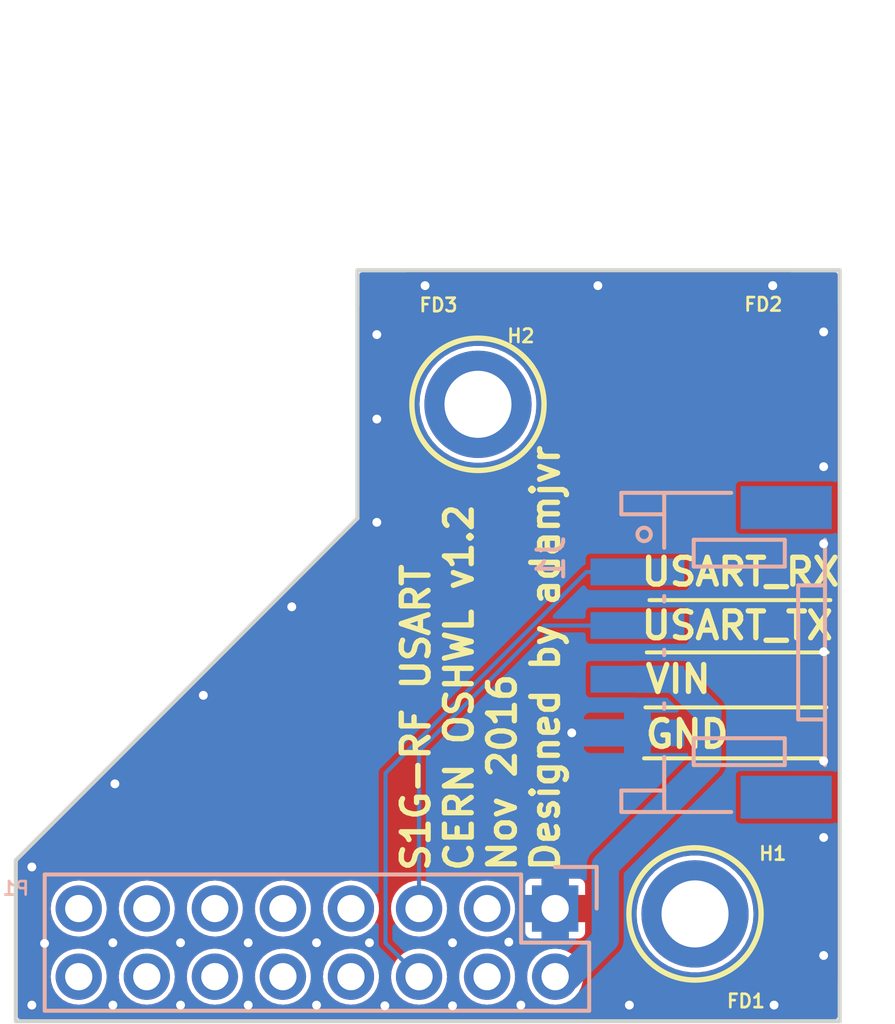
<source format=kicad_pcb>
(kicad_pcb (version 20221018) (generator pcbnew)
  (layers (0 "F.Cu" signal) (31 "B.Cu" signal) (34 "B.Paste" user) (35 "F.Paste" user) (36 "B.SilkS" user "B.Silkscreen") (37 "F.SilkS" user "F.Silkscreen") (38 "B.Mask" user) (39 "F.Mask" user) (44 "Edge.Cuts" user))
  (net 0 "")
  (net 1 "GND")
  (net 2 "/VIN")
  (net 3 "/USART1_TX")
  (net 4 "/USART1_RX")
  (net 5 "Net-(P1-Pad10)")
  (net 6 "Net-(P1-Pad9)")
  (net 7 "Net-(P1-Pad8)")
  (net 8 "Net-(P1-Pad7)")
  (net 9 "/SPI2_MISO")
  (net 10 "/SPI2_MOSI")
  (net 11 "/SPI2_NSS")
  (net 12 "/SPI2_SCLK")
  (net 13 "Net-(P1-Pad12)")
  (net 14 "Net-(P1-Pad11)")
  (net 15 "Net-(P1-Pad4)")
  (net 16 "Net-(P1-Pad3)")
  (net 17 "Net-(H1-Pad1)")
  (net 18 "Net-(H2-Pad1)")
  (net 19 "Net-(FD1-Pad1)")
  (net 20 "Net-(FD2-Pad1)")
  (net 21 "Net-(FD3-Pad1)")
  (footprint "PCB_Footprints:M2.5_HOLE" (layer "F.Cu") (at 112.6 58 90)
    (fp_text reference "H1" (at 2.25 2.9 180) (layer "F.SilkS") (effects (font (size 0.5 0.5) (thickness 0.1))))
    (fp_text value "M2.5_Hole")
    (fp_circle (center 0 0) (end 2.032 1.397) (stroke (width 0.2)) (fill none) (layer "F.SilkS"))
    (pad "1" thru_hole circle (at 0 0 90) (size 4 4) (drill 2.5) (layers "*.Cu" "*.Mask") (net 17 "Net-(H1-Pad1)"))
  )
  (footprint "PCB_Footprints:M2.5_HOLE" (layer "F.Cu") (at 104.5 39)
    (fp_text reference "H2" (at 1.6 -2.55) (layer "F.SilkS") (effects (font (size 0.5 0.5) (thickness 0.1))))
    (fp_text value "M2.5_Hole")
    (fp_circle (center 0 0) (end 2.032 1.397) (stroke (width 0.2)) (fill none) (layer "F.SilkS"))
    (pad "1" thru_hole circle (at 0 0) (size 4 4) (drill 2.5) (layers "*.Cu" "*.Mask") (net 18 "Net-(H2-Pad1)"))
  )
  (footprint "PCB_Footprints:FIDUCIAL" (layer "F.Cu") (at 116.75 60.75)
    (fp_text reference "FD1" (at -2.25 0.5) (layer "F.SilkS") (effects (font (size 0.5 0.5) (thickness 0.1))))
    (fp_text value "FIDUCIAL")
    (pad "1" smd circle (at 0 0) (size 1.016 1.016) (layers "F.Cu" "F.Mask") (net 19 "Net-(FD1-Pad1)"))
  )
  (footprint "PCB_Footprints:FIDUCIAL" (layer "F.Cu") (at 116.75 35.1)
    (fp_text reference "FD2" (at -1.6 0.175) (layer "F.SilkS") (effects (font (size 0.5 0.5) (thickness 0.1))))
    (fp_text value "FIDUCIAL")
    (pad "1" smd circle (at 0 0) (size 1.016 1.016) (layers "F.Cu" "F.Mask") (net 20 "Net-(FD2-Pad1)"))
  )
  (footprint "PCB_Footprints:FIDUCIAL" (layer "F.Cu") (at 101.25 35.1)
    (fp_text reference "FD3" (at 1.775 0.2) (layer "F.SilkS") (effects (font (size 0.5 0.5) (thickness 0.1))))
    (fp_text value "FIDUCIAL")
    (pad "1" smd circle (at 0 0) (size 1.016 1.016) (layers "F.Cu" "F.Mask") (net 21 "Net-(FD3-Pad1)"))
  )
  (footprint "Socket_Strips:Socket_Strip_Straight_2x08" (layer "B.Cu") (at 107.38 57.8 180)
    (fp_text reference "P1" (at 20.13 0.75 180) (layer "B.SilkS") (effects (font (size 0.5 0.5) (thickness 0.1)) (justify mirror)))
    (fp_text value "CONN_02X08")
    (fp_line (start -1.55 1.55) (end -1.55 0) (stroke (width 0.15)) (layer "B.SilkS"))
    (fp_line (start -1.27 -3.81) (end -1.27 -1.27) (stroke (width 0.15)) (layer "B.SilkS"))
    (fp_line (start -1.27 -1.27) (end 1.27 -1.27) (stroke (width 0.15)) (layer "B.SilkS"))
    (fp_line (start 0 1.55) (end -1.55 1.55) (stroke (width 0.15)) (layer "B.SilkS"))
    (fp_line (start 1.27 -1.27) (end 1.27 1.27) (stroke (width 0.15)) (layer "B.SilkS"))
    (fp_line (start 1.27 1.27) (end 19.05 1.27) (stroke (width 0.15)) (layer "B.SilkS"))
    (fp_line (start 19.05 -3.81) (end -1.27 -3.81) (stroke (width 0.15)) (layer "B.SilkS"))
    (fp_line (start 19.05 -3.81) (end 19.05 1.27) (stroke (width 0.15)) (layer "B.SilkS"))
    (pad "1" thru_hole rect (at 0 0 180) (size 1.7272 1.7272) (drill 1.016) (layers "*.Cu" "*.Mask") (net 1 "GND"))
    (pad "2" thru_hole oval (at 0 -2.54 180) (size 1.7272 1.7272) (drill 1.016) (layers "*.Cu" "*.Mask") (net 2 "/VIN"))
    (pad "3" thru_hole oval (at 2.54 0 180) (size 1.7272 1.7272) (drill 1.016) (layers "*.Cu" "*.Mask") (net 16 "Net-(P1-Pad3)"))
    (pad "4" thru_hole oval (at 2.54 -2.54 180) (size 1.7272 1.7272) (drill 1.016) (layers "*.Cu" "*.Mask") (net 15 "Net-(P1-Pad4)"))
    (pad "5" thru_hole oval (at 5.08 0 180) (size 1.7272 1.7272) (drill 1.016) (layers "*.Cu" "*.Mask") (net 3 "/USART1_TX"))
    (pad "6" thru_hole oval (at 5.08 -2.54 180) (size 1.7272 1.7272) (drill 1.016) (layers "*.Cu" "*.Mask") (net 4 "/USART1_RX"))
    (pad "7" thru_hole oval (at 7.62 0 180) (size 1.7272 1.7272) (drill 1.016) (layers "*.Cu" "*.Mask") (net 8 "Net-(P1-Pad7)"))
    (pad "8" thru_hole oval (at 7.62 -2.54 180) (size 1.7272 1.7272) (drill 1.016) (layers "*.Cu" "*.Mask") (net 7 "Net-(P1-Pad8)"))
    (pad "9" thru_hole oval (at 10.16 0 180) (size 1.7272 1.7272) (drill 1.016) (layers "*.Cu" "*.Mask") (net 6 "Net-(P1-Pad9)"))
    (pad "10" thru_hole oval (at 10.16 -2.54 180) (size 1.7272 1.7272) (drill 1.016) (layers "*.Cu" "*.Mask") (net 5 "Net-(P1-Pad10)"))
    (pad "11" thru_hole oval (at 12.7 0 180) (size 1.7272 1.7272) (drill 1.016) (layers "*.Cu" "*.Mask") (net 14 "Net-(P1-Pad11)"))
    (pad "12" thru_hole oval (at 12.7 -2.54 180) (size 1.7272 1.7272) (drill 1.016) (layers "*.Cu" "*.Mask") (net 13 "Net-(P1-Pad12)"))
    (pad "13" thru_hole oval (at 15.24 0 180) (size 1.7272 1.7272) (drill 1.016) (layers "*.Cu" "*.Mask") (net 10 "/SPI2_MOSI"))
    (pad "14" thru_hole oval (at 15.24 -2.54 180) (size 1.7272 1.7272) (drill 1.016) (layers "*.Cu" "*.Mask") (net 9 "/SPI2_MISO"))
    (pad "15" thru_hole oval (at 17.78 0 180) (size 1.7272 1.7272) (drill 1.016) (layers "*.Cu" "*.Mask") (net 12 "/SPI2_SCLK"))
    (pad "16" thru_hole oval (at 17.78 -2.54 180) (size 1.7272 1.7272) (drill 1.016) (layers "*.Cu" "*.Mask") (net 11 "/SPI2_NSS"))
  )
  (footprint "PCB_Footprints:S4B-PH-SM4-TB(LF)(SN)" (layer "B.Cu") (at 113.225 48.25 -90)
    (fp_text reference "J1" (at -3.5 6 270) (layer "B.SilkS") (effects (justify mirror)))
    (fp_text value "S4B-PH-SM4-TB(LF)(SN)")
    (fp_line (start -5.95 3.375) (end -5.95 -0.725) (stroke (width 0.15)) (layer "B.SilkS"))
    (fp_line (start -5.15 1.775) (end -5.95 1.775) (stroke (width 0.15)) (layer "B.SilkS"))
    (fp_line (start -5.15 1.775) (end -5.15 3.375) (stroke (width 0.15)) (layer "B.SilkS"))
    (fp_line (start -5.15 3.375) (end -5.95 3.375) (stroke (width 0.15)) (layer "B.SilkS"))
    (fp_line (start -4.2 -4.225) (end 4.2 -4.225) (stroke (width 0.15)) (layer "B.SilkS"))
    (fp_line (start -4.2 -2.725) (end -3.2 -2.725) (stroke (width 0.15)) (layer "B.SilkS"))
    (fp_line (start -4.2 0.675) (end -4.2 -2.725) (stroke (width 0.15)) (layer "B.SilkS"))
    (fp_line (start -3.9 1.775) (end -5.15 1.775) (stroke (width 0.15)) (layer "B.SilkS"))
    (fp_line (start -3.2 -2.725) (end -3.2 0.675) (stroke (width 0.15)) (layer "B.SilkS"))
    (fp_line (start -3.2 0.675) (end -4.2 0.675) (stroke (width 0.15)) (layer "B.SilkS"))
    (fp_line (start -2.5 -4.225) (end -2.5 -3.225) (stroke (width 0.15)) (layer "B.SilkS"))
    (fp_line (start -2.5 -3.225) (end 2.5 -3.225) (stroke (width 0.15)) (layer "B.SilkS"))
    (fp_line (start -2.1 1.775) (end -1.9 1.775) (stroke (width 0.15)) (layer "B.SilkS"))
    (fp_line (start -0.1 1.775) (end 0.1 1.775) (stroke (width 0.15)) (layer "B.SilkS"))
    (fp_line (start 1.9 1.775) (end 2.1 1.775) (stroke (width 0.15)) (layer "B.SilkS"))
    (fp_line (start 2.5 -3.225) (end 2.5 -4.225) (stroke (width 0.15)) (layer "B.SilkS"))
    (fp_line (start 3.2 -2.725) (end 3.2 0.675) (stroke (width 0.15)) (layer "B.SilkS"))
    (fp_line (start 3.2 0.675) (end 4.2 0.675) (stroke (width 0.15)) (layer "B.SilkS"))
    (fp_line (start 3.9 1.775) (end 5.15 1.775) (stroke (width 0.15)) (layer "B.SilkS"))
    (fp_line (start 4.2 -2.725) (end 3.2 -2.725) (stroke (width 0.15)) (layer "B.SilkS"))
    (fp_line (start 4.2 0.675) (end 4.2 -2.725) (stroke (width 0.15)) (layer "B.SilkS"))
    (fp_line (start 5.15 1.775) (end 5.15 3.375) (stroke (width 0.15)) (layer "B.SilkS"))
    (fp_line (start 5.15 1.775) (end 5.95 1.775) (stroke (width 0.15)) (layer "B.SilkS"))
    (fp_line (start 5.15 3.375) (end 5.95 3.375) (stroke (width 0.15)) (layer "B.SilkS"))
    (fp_line (start 5.95 3.375) (end 5.95 -0.725) (stroke (width 0.15)) (layer "B.SilkS"))
    (fp_circle (center -4.4 2.525) (end -4.15 2.525) (stroke (width 0.15)) (fill none) (layer "B.SilkS"))
    (pad "" smd rect (at -5.4 -2.775 270) (size 1.6 3.4) (layers "B.Cu" "B.Paste" "B.Mask"))
    (pad "" smd rect (at 5.4 -2.775 270) (size 1.6 3.4) (layers "B.Cu" "B.Paste" "B.Mask"))
    (pad "1" smd rect (at -3 2.775 270) (size 1 3.5) (layers "B.Cu" "B.Paste" "B.Mask") (net 4 "/USART1_RX"))
    (pad "2" smd rect (at -1 2.775 270) (size 1 3.5) (layers "B.Cu" "B.Paste" "B.Mask") (net 3 "/USART1_TX"))
    (pad "3" smd rect (at 1 2.775 270) (size 1 3.5) (layers "B.Cu" "B.Paste" "B.Mask") (net 2 "/VIN"))
    (pad "4" smd rect (at 3 2.775 270) (size 1 3.5) (layers "B.Cu" "B.Paste" "B.Mask") (net 1 "GND"))
  )
  (gr_line (start 110.7 52.2) (end 117.45 52.2) (stroke (width 0.15)) (layer "F.SilkS"))
  (gr_line (start 110.75 50.3) (end 117.5 50.3) (stroke (width 0.15)) (layer "F.SilkS"))
  (gr_line (start 110.8 48.25) (end 117.55 48.25) (stroke (width 0.15)) (layer "F.SilkS"))
  (gr_line (start 110.9 46.3) (end 117.65 46.3) (stroke (width 0.15)) (layer "F.SilkS"))
  (gr_line (start 118 34) (end 118 62) (stroke (width 0.15)) (layer "Edge.Cuts"))
  (gr_line (start 118 34) (end 100 34) (stroke (width 0.15)) (layer "Edge.Cuts"))
  (gr_line (start 100 43.25) (end 100 34) (stroke (width 0.15)) (layer "Edge.Cuts"))
  (gr_line (start 87.25 56) (end 87.25 62) (stroke (width 0.15)) (layer "Edge.Cuts"))
  (gr_line (start 100 43.25) (end 87.25 56) (stroke (width 0.15)) (layer "Edge.Cuts"))
  (gr_line (start 118 62) (end 87.25 62) (stroke (width 0.15)) (layer "Edge.Cuts"))
  (gr_text "VIN" (at 110.65 49.25) (layer "F.SilkS") (effects (font (size 1 1) (thickness 0.2)) (justify left)))
  (gr_text "GND" (at 110.65 51.3) (layer "F.SilkS") (effects (font (size 1 1) (thickness 0.2)) (justify left)))
  (gr_text "USART_TX" (at 110.5 47.25) (layer "F.SilkS") (effects (font (size 1 1) (thickness 0.2)) (justify left)))
  (gr_text "USART_RX" (at 110.5 45.25) (layer "F.SilkS") (effects (font (size 1 1) (thickness 0.2)) (justify left)))
  (gr_text "S1G-RF USART\nCERN OSHWL v1.2\nNov 2016\nDesigned by adamjvr" (at 104.6 56.5 90) (layer "F.SilkS") (effects (font (size 1 1) (thickness 0.2)) (justify left)))
  (segment (start 117.4 36.3) (end 117.4 41.325) (width 0.1778) (layer "F.Cu") (net 1))
  (segment (start 115.55 60.950988) (end 115.55 61.4) (width 0.1524) (layer "F.Cu") (net 1))
  (segment (start 115.55 59.95) (end 115.55 60.950988) (width 0.1524) (layer "F.Cu") (net 1))
  (segment (start 88.167499 55.732501) (end 100.2 43.7) (width 0.1524) (layer "F.Cu") (net 1))
  (segment (start 87.85 60.454746) (end 89.229746 59.075) (width 0.1778) (layer "F.Cu") (net 1))
  (segment (start 87.85 61.4) (end 87.85 60.454746) (width 0.1778) (layer "F.Cu") (net 1))
  (segment (start 93.4 59.075) (end 95.925 59.075) (width 0.1778) (layer "F.Cu") (net 1))
  (segment (start 98.475 59.075) (end 98.475 61.4) (width 0.1778) (layer "F.Cu") (net 1))
  (segment (start 102.525 35.8) (end 102.525 34.575) (width 0.1524) (layer "F.Cu") (net 1))
  (segment (start 117.4 41.325) (end 117.4 38.8) (width 0.1524) (layer "F.Cu") (net 1))
  (segment (start 108 54.625) (end 107.38 55.245) (width 1.016) (layer "F.Cu") (net 1))
  (segment (start 107.786458 61.55) (end 88 61.55) (width 0.1524) (layer "F.Cu") (net 1))
  (segment (start 89.229746 59.075) (end 90.875 59.075) (width 0.1778) (layer "F.Cu") (net 1))
  (segment (start 110.15 59.554) (end 110.15 61.4) (width 0.1524) (layer "F.Cu") (net 1))
  (segment (start 100.45 59.075) (end 103.55 59.075) (width 0.1778) (layer "F.Cu") (net 1))
  (segment (start 115.95 59.55) (end 115.55 59.95) (width 0.1524) (layer "F.Cu") (net 1))
  (segment (start 107.936458 61.4) (end 107.786458 61.55) (width 0.1524) (layer "F.Cu") (net 1))
  (segment (start 100.725 43.4) (end 100.725 39.55) (width 0.1778) (layer "F.Cu") (net 1))
  (segment (start 108.396 57.8) (end 110.15 59.554) (width 0.1524) (layer "F.Cu") (net 1))
  (segment (start 100.7 43.4) (end 100.725 43.4) (width 0.1524) (layer "F.Cu") (net 1))
  (segment (start 117.4 59.55) (end 115.95 59.55) (width 0.1524) (layer "F.Cu") (net 1))
  (segment (start 103.55 59.075) (end 103.55 61.425) (width 0.1778) (layer "F.Cu") (net 1))
  (segment (start 107.38 55.245) (end 107.38 57.8) (width 1.016) (layer "F.Cu") (net 1))
  (segment (start 102.525 34.575) (end 108.975 34.575) (width 0.1524) (layer "F.Cu") (net 1))
  (segment (start 117.4 44.2) (end 117.4 36.3) (width 0.1778) (layer "F.Cu") (net 1))
  (segment (start 88.167499 55.932501) (end 88.167499 55.732501) (width 0.1524) (layer "F.Cu") (net 1))
  (segment (start 87.85 56.25) (end 90.95 53.15) (width 0.1524) (layer "F.Cu") (net 1))
  (segment (start 100.725 36.4) (end 101.925 36.4) (width 0.1524) (layer "F.Cu") (net 1))
  (segment (start 108 51.25) (end 108 54.625) (width 1.016) (layer "F.Cu") (net 1))
  (segment (start 117.4 59.55) (end 117.4 55.15) (width 0.1778) (layer "F.Cu") (net 1))
  (segment (start 117.4 52.3) (end 117.4 48.225) (width 0.1778) (layer "F.Cu") (net 1))
  (segment (start 107.38 57.8) (end 108.396 57.8) (width 0.1524) (layer "F.Cu") (net 1))
  (segment (start 90.875 59.075) (end 90.875 61.4) (width 0.1778) (layer "F.Cu") (net 1))
  (segment (start 94.25 49.85) (end 97.55 46.55) (width 0.1778) (layer "F.Cu") (net 1))
  (segment (start 93.4 59.075) (end 93.4 61.4) (width 0.1778) (layer "F.Cu") (net 1))
  (segment (start 115.5 34.575) (end 108.975 34.575) (width 0.1778) (layer "F.Cu") (net 1))
  (segment (start 117.4 55.15) (end 117.4 52.3) (width 0.1524) (layer "F.Cu") (net 1))
  (segment (start 87.85 56.25) (end 88.167499 55.932501) (width 0.1524) (layer "F.Cu") (net 1))
  (segment (start 110.15 61.4) (end 107.936458 61.4) (width 0.1524) (layer "F.Cu") (net 1))
  (segment (start 94.25 49.85) (end 90.95 53.15) (width 0.1778) (layer "F.Cu") (net 1))
  (segment (start 98.475 59.075) (end 100.45 59.075) (width 0.1778) (layer "F.Cu") (net 1))
  (segment (start 117.4 44.2) (end 117.4 41.325) (width 0.1524) (layer "F.Cu") (net 1))
  (segment (start 88 61.55) (end 87.85 61.4) (width 0.1524) (layer "F.Cu") (net 1))
  (segment (start 117.4 48.225) (end 117.4 44.2) (width 0.1524) (layer "F.Cu") (net 1))
  (segment (start 101.925 36.4) (end 102.525 35.8) (width 0.1524) (layer "F.Cu") (net 1))
  (segment (start 97.55 46.55) (end 100.7 43.4) (width 0.1524) (layer "F.Cu") (net 1))
  (via (at 88.325 59.1) (size 0.635) (drill 0.3302) (layers "F.Cu" "B.Cu") (net 1))
  (via (at 100.725 43.4) (size 0.635) (drill 0.3302) (layers "F.Cu" "B.Cu") (net 1))
  (via (at 110.15 61.4) (size 0.635) (drill 0.3302) (layers "F.Cu" "B.Cu") (net 1))
  (via (at 117.4 41.325) (size 0.635) (drill 0.3302) (layers "F.Cu" "B.Cu") (net 1))
  (via (at 93.4 61.4) (size 0.635) (drill 0.3302) (layers "F.Cu" "B.Cu") (net 1))
  (via (at 117.4 55.15) (size 0.635) (drill 0.3302) (layers "F.Cu" "B.Cu") (net 1))
  (via (at 117.4 52.3) (size 0.635) (drill 0.3302) (layers "F.Cu" "B.Cu") (net 1))
  (via (at 103.55 61.425) (size 0.635) (drill 0.3302) (layers "F.Cu" "B.Cu") (net 1))
  (via (at 102.525 34.575) (size 0.635) (drill 0.3302) (layers "F.Cu" "B.Cu") (net 1))
  (via (at 98.475 61.4) (size 0.635) (drill 0.3302) (layers "F.Cu" "B.Cu") (net 1))
  (via (at 117.4 59.55) (size 0.635) (drill 0.3302) (layers "F.Cu" "B.Cu") (net 1))
  (via (at 117.4 44.2) (size 0.635) (drill 0.3302) (layers "F.Cu" "B.Cu") (net 1))
  (via (at 90.95 53.15) (size 0.635) (drill 0.3302) (layers "F.Cu" "B.Cu") (net 1))
  (via (at 115.5 34.575) (size 0.635) (drill 0.3302) (layers "F.Cu" "B.Cu") (net 1))
  (via (at 108 51.25) (size 0.635) (drill 0.3302) (layers "F.Cu" "B.Cu") (net 1))
  (via (at 100.725 39.55) (size 0.635) (drill 0.3302) (layers "F.Cu" "B.Cu") (net 1))
  (via (at 90.875 59.075) (size 0.635) (drill 0.3302) (layers "F.Cu" "B.Cu") (net 1))
  (via (at 87.85 61.4) (size 0.635) (drill 0.3302) (layers "F.Cu" "B.Cu") (net 1))
  (via (at 115.55 61.4) (size 0.635) (drill 0.3302) (layers "F.Cu" "B.Cu") (net 1))
  (via (at 117.4 36.3) (size 0.635) (drill 0.3302) (layers "F.Cu" "B.Cu") (net 1))
  (via (at 93.4 59.075) (size 0.635) (drill 0.3302) (layers "F.Cu" "B.Cu") (net 1))
  (via (at 117.4 48.225) (size 0.635) (drill 0.3302) (layers "F.Cu" "B.Cu") (net 1))
  (via (at 95.925 61.4) (size 0.635) (drill 0.3302) (layers "F.Cu" "B.Cu") (net 1))
  (via (at 108.975 34.575) (size 0.635) (drill 0.3302) (layers "F.Cu" "B.Cu") (net 1))
  (via (at 101.025 61.425) (size 0.635) (drill 0.3302) (layers "F.Cu" "B.Cu") (net 1))
  (via (at 115.5 34.575) (size 0.635) (drill 0.3302) (layers "F.Cu" "B.Cu") (net 1))
  (via (at 90.875 61.4) (size 0.635) (drill 0.3302) (layers "F.Cu" "B.Cu") (net 1))
  (via (at 100.45 59.075) (size 0.635) (drill 0.3302) (layers "F.Cu" "B.Cu") (net 1))
  (via (at 106.1 61.4) (size 0.635) (drill 0.3302) (layers "F.Cu" "B.Cu") (net 1))
  (via (at 105.65 59.05) (size 0.635) (drill 0.3302) (layers "F.Cu" "B.Cu") (net 1))
  (via (at 98.475 59.075) (size 0.635) (drill 0.3302) (layers "F.Cu" "B.Cu") (net 1))
  (via (at 97.55 46.55) (size 0.635) (drill 0.3302) (layers "F.Cu" "B.Cu") (net 1))
  (via (at 95.925 59.075) (size 0.635) (drill 0.3302) (layers "F.Cu" "B.Cu") (net 1))
  (via (at 103.55 59.075) (size 0.635) (drill 0.3302) (layers "F.Cu" "B.Cu") (net 1))
  (via (at 100.725 36.4) (size 0.635) (drill 0.3302) (layers "F.Cu" "B.Cu") (net 1))
  (via (at 87.85 56.25) (size 0.635) (drill 0.3302) (layers "F.Cu" "B.Cu") (net 1))
  (via (at 94.25 49.85) (size 0.635) (drill 0.3302) (layers "F.Cu" "B.Cu") (net 1))
  (segment (start 100.725 39.55) (end 100.725 36.4) (width 0.1524) (layer "B.Cu") (net 1))
  (segment (start 105.967499 59.667499) (end 106.1 59.8) (width 0.1778) (layer "B.Cu") (net 1))
  (segment (start 95.925 59.075) (end 98.475 59.075) (width 0.1778) (layer "B.Cu") (net 1))
  (segment (start 110.45 51.25) (end 108 51.25) (width 1.016) (layer "B.Cu") (net 1))
  (segment (start 100.45 59.075) (end 100.767499 59.392499) (width 0.1778) (layer "B.Cu") (net 1))
  (segment (start 100.725 43.4) (end 100.725 39.55) (width 0.1524) (layer "B.Cu") (net 1))
  (segment (start 101.025 59.75) (end 101.025 61.425) (width 0.1778) (layer "B.Cu") (net 1))
  (segment (start 100.767499 59.392499) (end 100.767499 59.492499) (width 0.1778) (layer "B.Cu") (net 1))
  (segment (start 106.1 59.8) (end 106.1 61.4) (width 0.1778) (layer "B.Cu") (net 1))
  (segment (start 105.625 59.075) (end 105.65 59.05) (width 0.1778) (layer "B.Cu") (net 1))
  (segment (start 90.875 59.075) (end 93.4 59.075) (width 0.1778) (layer "B.Cu") (net 1))
  (segment (start 87.85 61.4) (end 87.85 56.25) (width 0.1524) (layer "B.Cu") (net 1))
  (segment (start 100.767499 59.492499) (end 101.025 59.75) (width 0.1778) (layer "B.Cu") (net 1))
  (segment (start 105.65 59.05) (end 105.967499 59.367499) (width 0.1778) (layer "B.Cu") (net 1))
  (segment (start 95.925 59.075) (end 95.925 61.4) (width 0.1778) (layer "B.Cu") (net 1))
  (segment (start 110.15 61.4) (end 115.55 61.4) (width 0.1524) (layer "B.Cu") (net 1))
  (segment (start 88.35 59.075) (end 88.325 59.1) (width 0.1778) (layer "B.Cu") (net 1))
  (segment (start 90.875 59.075) (end 88.35 59.075) (width 0.1778) (layer "B.Cu") (net 1))
  (segment (start 103.55 59.075) (end 105.625 59.075) (width 0.1778) (layer "B.Cu") (net 1))
  (segment (start 105.967499 59.367499) (end 105.967499 59.667499) (width 0.1778) (layer "B.Cu") (net 1))
  (segment (start 109.25 58.95) (end 109.25 56.2) (width 1.016) (layer "B.Cu") (net 2))
  (segment (start 111.85 49.25) (end 110.45 49.25) (width 1.016) (layer "B.Cu") (net 2))
  (segment (start 113.075 52.375) (end 113.075 50.475) (width 1.016) (layer "B.Cu") (net 2))
  (segment (start 107.86 60.34) (end 109.25 58.95) (width 1.016) (layer "B.Cu") (net 2))
  (segment (start 113.075 50.475) (end 111.85 49.25) (width 1.016) (layer "B.Cu") (net 2))
  (segment (start 107.38 60.34) (end 107.86 60.34) (width 1.016) (layer "B.Cu") (net 2))
  (segment (start 109.25 56.2) (end 113.075 52.375) (width 1.016) (layer "B.Cu") (net 2))
  (segment (start 102.3 51.928666) (end 106.978666 47.25) (width 0.1524) (layer "B.Cu") (net 3))
  (segment (start 106.978666 47.25) (end 110.45 47.25) (width 0.1524) (layer "B.Cu") (net 3))
  (segment (start 102.3 57.8) (end 102.3 51.928666) (width 0.1524) (layer "B.Cu") (net 3))
  (segment (start 101.05 59.09) (end 102.3 60.34) (width 0.1524) (layer "B.Cu") (net 4))
  (segment (start 101.05 52.7476) (end 101.05 59.09) (width 0.1524) (layer "B.Cu") (net 4))
  (segment (start 108.5476 45.25) (end 101.05 52.7476) (width 0.1524) (layer "B.Cu") (net 4))
  (segment (start 110.45 45.25) (end 108.5476 45.25) (width 0.1524) (layer "B.Cu") (net 4))
  (zone (net 1) (net_name "GND") (layer "F.Cu") (connect_pads (clearance 0.1778)) (min_thickness 0.1778) (fill yes (thermal_gap 0.254) (thermal_bridge_width 1.016))
    (polygon (pts (xy 100.05 34) (xy 100 43.25) (xy 87.25 56) (xy 87.25 62) (xy 118 62) (xy 118.05 34)))
  )
  (zone (net 1) (net_name "GND") (layer "B.Cu") (connect_pads (clearance 0.1778)) (min_thickness 0.1778) (fill yes (thermal_gap 0.254) (thermal_bridge_width 1.016))
    (polygon (pts (xy 100.05 33.975) (xy 100 43.273419) (xy 87.25 56.023419) (xy 87.25 62.023419) (xy 118 62.023419) (xy 118.05 33.975)))
  )
)
</source>
